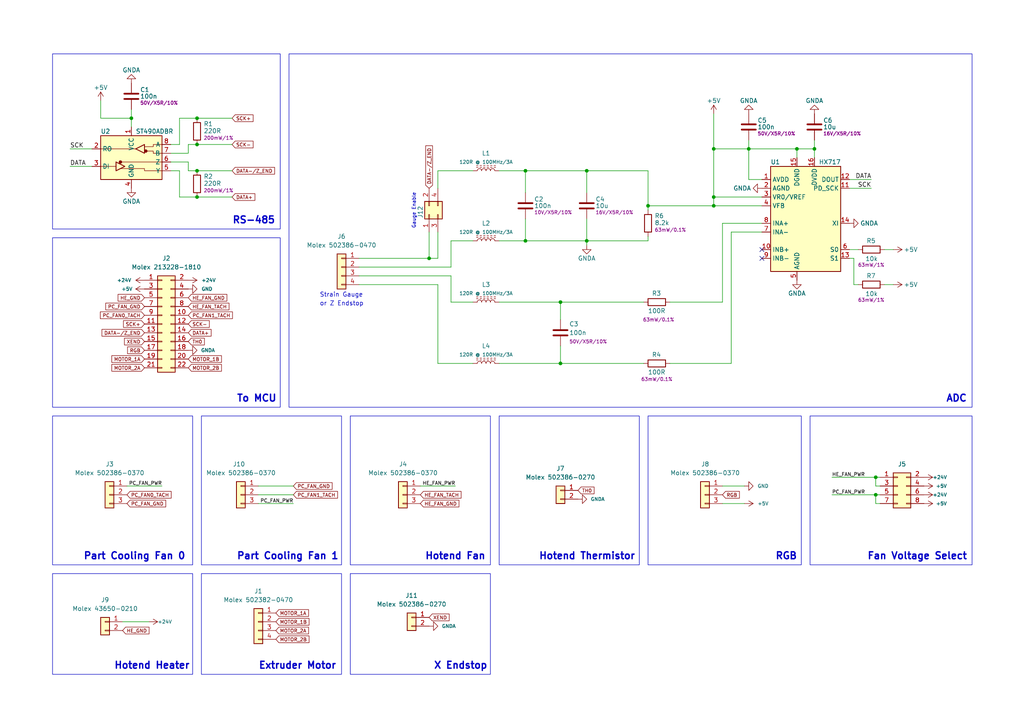
<source format=kicad_sch>
(kicad_sch (version 20230121) (generator eeschema)
  (paper "A4")
  (title_block (title "Clementine Toolhead PCB") (company "Ella Fox"))
  (lib_symbols
    (symbol "Connector_Generic:Conn_01x02" (pin_names (offset 1.016) hide)
      (property "Reference" "J" (at 0 2.54 0))
      (property "Value" "Conn_01x02" (at 0 -5.08 0))
      (symbol "Conn_01x02_1_1"
        (rectangle (start -1.27 -2.413) (end 0 -2.667) (stroke (width 0.1524)))
        (rectangle (start -1.27 0.127) (end 0 -0.127) (stroke (width 0.1524)))
        (rectangle (start -1.27 1.27) (end 1.27 -3.81) (stroke (width 0.254)) (fill (type background)))
        (pin passive line (at -5.08 0 0) (length 3.81) (name "Pin_1") (number "1"))
        (pin passive line (at -5.08 -2.54 0) (length 3.81) (name "Pin_2") (number "2"))
      )
    )
    (symbol "Connector_Generic:Conn_01x03" (pin_names (offset 1.016) hide)
      (property "Reference" "J" (at 0 5.08 0))
      (property "Value" "Conn_01x03" (at 0 -5.08 0))
      (symbol "Conn_01x03_1_1"
        (rectangle (start -1.27 -2.413) (end 0 -2.667) (stroke (width 0.1524)))
        (rectangle (start -1.27 0.127) (end 0 -0.127) (stroke (width 0.1524)))
        (rectangle (start -1.27 2.667) (end 0 2.413) (stroke (width 0.1524)))
        (rectangle (start -1.27 3.81) (end 1.27 -3.81) (stroke (width 0.254)) (fill (type background)))
        (pin passive line (at -5.08 2.54 0) (length 3.81) (name "Pin_1") (number "1"))
        (pin passive line (at -5.08 0 0) (length 3.81) (name "Pin_2") (number "2"))
        (pin passive line (at -5.08 -2.54 0) (length 3.81) (name "Pin_3") (number "3"))
      )
    )
    (symbol "Connector_Generic:Conn_01x04" (pin_names (offset 1.016) hide)
      (property "Reference" "J" (at 0 5.08 0))
      (property "Value" "Conn_01x04" (at 0 -7.62 0))
      (symbol "Conn_01x04_1_1"
        (rectangle (start -1.27 -4.953) (end 0 -5.207) (stroke (width 0.1524)))
        (rectangle (start -1.27 -2.413) (end 0 -2.667) (stroke (width 0.1524)))
        (rectangle (start -1.27 0.127) (end 0 -0.127) (stroke (width 0.1524)))
        (rectangle (start -1.27 2.667) (end 0 2.413) (stroke (width 0.1524)))
        (rectangle (start -1.27 3.81) (end 1.27 -6.35) (stroke (width 0.254)) (fill (type background)))
        (pin passive line (at -5.08 2.54 0) (length 3.81) (name "Pin_1") (number "1"))
        (pin passive line (at -5.08 0 0) (length 3.81) (name "Pin_2") (number "2"))
        (pin passive line (at -5.08 -2.54 0) (length 3.81) (name "Pin_3") (number "3"))
        (pin passive line (at -5.08 -5.08 0) (length 3.81) (name "Pin_4") (number "4"))
      )
    )
    (symbol "Connector_Generic:Conn_02x02_Odd_Even" (pin_names (offset 1.016) hide)
      (property "Reference" "J" (at 1.27 2.54 0))
      (property "Value" "Conn_02x02_Odd_Even" (at 1.27 -5.08 0))
      (symbol "Conn_02x02_Odd_Even_1_1"
        (rectangle (start -1.27 -2.413) (end 0 -2.667) (stroke (width 0.1524)))
        (rectangle (start -1.27 0.127) (end 0 -0.127) (stroke (width 0.1524)))
        (rectangle (start -1.27 1.27) (end 3.81 -3.81) (stroke (width 0.254)) (fill (type background)))
        (rectangle (start 3.81 -2.413) (end 2.54 -2.667) (stroke (width 0.1524)))
        (rectangle (start 3.81 0.127) (end 2.54 -0.127) (stroke (width 0.1524)))
        (pin passive line (at -5.08 0 0) (length 3.81) (name "Pin_1") (number "1"))
        (pin passive line (at 7.62 0 180) (length 3.81) (name "Pin_2") (number "2"))
        (pin passive line (at -5.08 -2.54 0) (length 3.81) (name "Pin_3") (number "3"))
        (pin passive line (at 7.62 -2.54 180) (length 3.81) (name "Pin_4") (number "4"))
      )
    )
    (symbol "Connector_Generic:Conn_02x04_Odd_Even" (pin_names (offset 1.016) hide)
      (property "Reference" "J" (at 1.27 5.08 0))
      (property "Value" "Conn_02x04_Odd_Even" (at 1.27 -7.62 0))
      (symbol "Conn_02x04_Odd_Even_1_1"
        (rectangle (start -1.27 -4.953) (end 0 -5.207) (stroke (width 0.1524)))
        (rectangle (start -1.27 -2.413) (end 0 -2.667) (stroke (width 0.1524)))
        (rectangle (start -1.27 0.127) (end 0 -0.127) (stroke (width 0.1524)))
        (rectangle (start -1.27 2.667) (end 0 2.413) (stroke (width 0.1524)))
        (rectangle (start -1.27 3.81) (end 3.81 -6.35) (stroke (width 0.254)) (fill (type background)))
        (rectangle (start 3.81 -4.953) (end 2.54 -5.207) (stroke (width 0.1524)))
        (rectangle (start 3.81 -2.413) (end 2.54 -2.667) (stroke (width 0.1524)))
        (rectangle (start 3.81 0.127) (end 2.54 -0.127) (stroke (width 0.1524)))
        (rectangle (start 3.81 2.667) (end 2.54 2.413) (stroke (width 0.1524)))
        (pin passive line (at -5.08 2.54 0) (length 3.81) (name "Pin_1") (number "1"))
        (pin passive line (at 7.62 2.54 180) (length 3.81) (name "Pin_2") (number "2"))
        (pin passive line (at -5.08 0 0) (length 3.81) (name "Pin_3") (number "3"))
        (pin passive line (at 7.62 0 180) (length 3.81) (name "Pin_4") (number "4"))
        (pin passive line (at -5.08 -2.54 0) (length 3.81) (name "Pin_5") (number "5"))
        (pin passive line (at 7.62 -2.54 180) (length 3.81) (name "Pin_6") (number "6"))
        (pin passive line (at -5.08 -5.08 0) (length 3.81) (name "Pin_7") (number "7"))
        (pin passive line (at 7.62 -5.08 180) (length 3.81) (name "Pin_8") (number "8"))
      )
    )
    (symbol "Connector_Generic:Conn_02x11_Odd_Even" (pin_names (offset 1.016) hide)
      (property "Reference" "J" (at 1.27 15.24 0))
      (property "Value" "Conn_02x11_Odd_Even" (at 1.27 -15.24 0))
      (symbol "Conn_02x11_Odd_Even_1_1"
        (rectangle (start -1.27 -12.573) (end 0 -12.827) (stroke (width 0.1524)))
        (rectangle (start -1.27 -10.033) (end 0 -10.287) (stroke (width 0.1524)))
        (rectangle (start -1.27 -7.493) (end 0 -7.747) (stroke (width 0.1524)))
        (rectangle (start -1.27 -4.953) (end 0 -5.207) (stroke (width 0.1524)))
        (rectangle (start -1.27 -2.413) (end 0 -2.667) (stroke (width 0.1524)))
        (rectangle (start -1.27 0.127) (end 0 -0.127) (stroke (width 0.1524)))
        (rectangle (start -1.27 2.667) (end 0 2.413) (stroke (width 0.1524)))
        (rectangle (start -1.27 5.207) (end 0 4.953) (stroke (width 0.1524)))
        (rectangle (start -1.27 7.747) (end 0 7.493) (stroke (width 0.1524)))
        (rectangle (start -1.27 10.287) (end 0 10.033) (stroke (width 0.1524)))
        (rectangle (start -1.27 12.827) (end 0 12.573) (stroke (width 0.1524)))
        (rectangle (start -1.27 13.97) (end 3.81 -13.97) (stroke (width 0.254)) (fill (type background)))
        (rectangle (start 3.81 -12.573) (end 2.54 -12.827) (stroke (width 0.1524)))
        (rectangle (start 3.81 -10.033) (end 2.54 -10.287) (stroke (width 0.1524)))
        (rectangle (start 3.81 -7.493) (end 2.54 -7.747) (stroke (width 0.1524)))
        (rectangle (start 3.81 -4.953) (end 2.54 -5.207) (stroke (width 0.1524)))
        (rectangle (start 3.81 -2.413) (end 2.54 -2.667) (stroke (width 0.1524)))
        (rectangle (start 3.81 0.127) (end 2.54 -0.127) (stroke (width 0.1524)))
        (rectangle (start 3.81 2.667) (end 2.54 2.413) (stroke (width 0.1524)))
        (rectangle (start 3.81 5.207) (end 2.54 4.953) (stroke (width 0.1524)))
        (rectangle (start 3.81 7.747) (end 2.54 7.493) (stroke (width 0.1524)))
        (rectangle (start 3.81 10.287) (end 2.54 10.033) (stroke (width 0.1524)))
        (rectangle (start 3.81 12.827) (end 2.54 12.573) (stroke (width 0.1524)))
        (pin passive line (at -5.08 12.7 0) (length 3.81) (name "Pin_1") (number "1"))
        (pin passive line (at 7.62 2.54 180) (length 3.81) (name "Pin_10") (number "10"))
        (pin passive line (at -5.08 0 0) (length 3.81) (name "Pin_11") (number "11"))
        (pin passive line (at 7.62 0 180) (length 3.81) (name "Pin_12") (number "12"))
        (pin passive line (at -5.08 -2.54 0) (length 3.81) (name "Pin_13") (number "13"))
        (pin passive line (at 7.62 -2.54 180) (length 3.81) (name "Pin_14") (number "14"))
        (pin passive line (at -5.08 -5.08 0) (length 3.81) (name "Pin_15") (number "15"))
        (pin passive line (at 7.62 -5.08 180) (length 3.81) (name "Pin_16") (number "16"))
        (pin passive line (at -5.08 -7.62 0) (length 3.81) (name "Pin_17") (number "17"))
        (pin passive line (at 7.62 -7.62 180) (length 3.81) (name "Pin_18") (number "18"))
        (pin passive line (at -5.08 -10.16 0) (length 3.81) (name "Pin_19") (number "19"))
        (pin passive line (at 7.62 12.7 180) (length 3.81) (name "Pin_2") (number "2"))
        (pin passive line (at 7.62 -10.16 180) (length 3.81) (name "Pin_20") (number "20"))
        (pin passive line (at -5.08 -12.7 0) (length 3.81) (name "Pin_21") (number "21"))
        (pin passive line (at 7.62 -12.7 180) (length 3.81) (name "Pin_22") (number "22"))
        (pin passive line (at -5.08 10.16 0) (length 3.81) (name "Pin_3") (number "3"))
        (pin passive line (at 7.62 10.16 180) (length 3.81) (name "Pin_4") (number "4"))
        (pin passive line (at -5.08 7.62 0) (length 3.81) (name "Pin_5") (number "5"))
        (pin passive line (at 7.62 7.62 180) (length 3.81) (name "Pin_6") (number "6"))
        (pin passive line (at -5.08 5.08 0) (length 3.81) (name "Pin_7") (number "7"))
        (pin passive line (at 7.62 5.08 180) (length 3.81) (name "Pin_8") (number "8"))
        (pin passive line (at -5.08 2.54 0) (length 3.81) (name "Pin_9") (number "9"))
      )
    )
    (symbol "Device:C" (pin_numbers hide) (pin_names (offset 0.254))
      (property "Reference" "C" (at 0.635 2.54 0))
      (property "Value" "C" (at 0.635 -2.54 0))
      (symbol "C_0_1"
        (polyline (pts (xy -2.032 -0.762) (xy 2.032 -0.762)) (stroke (width 0.508)))
        (polyline (pts (xy -2.032 0.762) (xy 2.032 0.762)) (stroke (width 0.508)))
      )
      (symbol "C_1_1"
        (pin passive line (at 0 3.81 270) (length 2.794) (name "~") (number "1"))
        (pin passive line (at 0 -3.81 90) (length 2.794) (name "~") (number "2"))
      )
    )
    (symbol "Device:L_Ferrite" (pin_numbers hide) (pin_names (offset 1.016) hide)
      (property "Reference" "L" (at -1.27 0 90))
      (property "Value" "L_Ferrite" (at 2.794 0 90))
      (symbol "L_Ferrite_0_1"
        (arc (start 0 -2.54) (mid 0.6323 -1.905) (end 0 -1.27))
        (arc (start 0 -1.27) (mid 0.6323 -0.635) (end 0 0))
        (polyline (pts (xy 1.016 -2.794) (xy 1.016 -2.286)))
        (polyline (pts (xy 1.016 -1.778) (xy 1.016 -1.27)))
        (polyline (pts (xy 1.016 -0.762) (xy 1.016 -0.254)))
        (polyline (pts (xy 1.016 0.254) (xy 1.016 0.762)))
        (polyline (pts (xy 1.016 1.27) (xy 1.016 1.778)))
        (polyline (pts (xy 1.016 2.286) (xy 1.016 2.794)))
        (polyline (pts (xy 1.524 -2.286) (xy 1.524 -2.794)))
        (polyline (pts (xy 1.524 -1.27) (xy 1.524 -1.778)))
        (polyline (pts (xy 1.524 -0.254) (xy 1.524 -0.762)))
        (polyline (pts (xy 1.524 0.762) (xy 1.524 0.254)))
        (polyline (pts (xy 1.524 1.778) (xy 1.524 1.27)))
        (polyline (pts (xy 1.524 2.794) (xy 1.524 2.286)))
        (arc (start 0 0) (mid 0.6323 0.635) (end 0 1.27))
        (arc (start 0 1.27) (mid 0.6323 1.905) (end 0 2.54))
      )
      (symbol "L_Ferrite_1_1"
        (pin passive line (at 0 3.81 270) (length 1.27) (name "1") (number "1"))
        (pin passive line (at 0 -3.81 90) (length 1.27) (name "2") (number "2"))
      )
    )
    (symbol "Device:R" (pin_numbers hide) (pin_names (offset 0))
      (property "Reference" "R" (at 2.032 0 90))
      (property "Value" "R" (at 0 0 90))
      (symbol "R_0_1"
        (rectangle (start -1.016 -2.54) (end 1.016 2.54) (stroke (width 0.254)))
      )
      (symbol "R_1_1"
        (pin passive line (at 0 3.81 270) (length 1.27) (name "~") (number "1"))
        (pin passive line (at 0 -3.81 90) (length 1.27) (name "~") (number "2"))
      )
    )
    (symbol "power:+24V" (power) (pin_names (offset 0))
      (property "Value" "+24V" (at 0 3.556 0))
      (symbol "+24V_0_1"
        (polyline (pts (xy -0.762 1.27) (xy 0 2.54)))
        (polyline (pts (xy 0 0) (xy 0 2.54)))
        (polyline (pts (xy 0 2.54) (xy 0.762 1.27)))
      )
      (symbol "+24V_1_1"
        (pin power_in line (at 0 0 90) (length 0) hide (name "+24V") (number "1"))
      )
    )
    (symbol "power:+5V" (power) (pin_names (offset 0))
      (property "Value" "+5V" (at 0 3.556 0))
      (symbol "+5V_0_1"
        (polyline (pts (xy -0.762 1.27) (xy 0 2.54)))
        (polyline (pts (xy 0 0) (xy 0 2.54)))
        (polyline (pts (xy 0 2.54) (xy 0.762 1.27)))
      )
      (symbol "+5V_1_1"
        (pin power_in line (at 0 0 90) (length 0) hide (name "+5V") (number "1"))
      )
    )
    (symbol "power:GND" (power) (pin_names (offset 0))
      (property "Value" "GND" (at 0 -3.81 0))
      (symbol "GND_0_1"
        (polyline (pts (xy 0 0) (xy 0 -1.27) (xy 1.27 -1.27) (xy 0 -2.54) (xy -1.27 -1.27) (xy 0 -1.27)))
      )
      (symbol "GND_1_1"
        (pin power_in line (at 0 0 270) (length 0) hide (name "GND") (number "1"))
      )
    )
    (symbol "power:GNDA" (power) (pin_names (offset 0))
      (property "Value" "GNDA" (at 0 -3.81 0))
      (symbol "GNDA_0_1"
        (polyline (pts (xy 0 0) (xy 0 -1.27) (xy 1.27 -1.27) (xy 0 -2.54) (xy -1.27 -1.27) (xy 0 -1.27)))
      )
      (symbol "GNDA_1_1"
        (pin power_in line (at 0 0 270) (length 0) hide (name "GNDA") (number "1"))
      )
    )
    (symbol "toolhead_board:HX717"
      (property "Reference" "U" (at -10.16 11.43 0))
      (property "Value" "HX717" (at 7.62 11.43 0))
      (symbol "HX717_0_1"
        (rectangle (start -10.16 10.16) (end 10.16 -20.32) (stroke (width 0.254)) (fill (type background)))
      )
      (symbol "HX717_1_1"
        (pin power_in line (at -12.7 6.35 0) (length 2.54) (name "AVDD") (number "1"))
        (pin input line (at -12.7 -13.97 0) (length 2.54) (name "INB+") (number "10"))
        (pin input line (at 12.7 3.81 180) (length 2.54) (name "PD_SCK") (number "11"))
        (pin output line (at 12.7 6.35 180) (length 2.54) (name "DOUT") (number "12"))
        (pin bidirectional line (at 12.7 -16.51 180) (length 2.54) (name "S1") (number "13"))
        (pin input line (at 12.7 -6.35 180) (length 2.54) (name "XI") (number "14"))
        (pin power_in line (at -2.54 12.7 270) (length 2.54) (name "DGND") (number "15"))
        (pin power_in line (at 2.54 12.7 270) (length 2.54) (name "DVDD") (number "16"))
        (pin power_in line (at -12.7 3.81 0) (length 2.54) (name "AGND") (number "2"))
        (pin power_in line (at -12.7 1.27 0) (length 2.54) (name "VR0/VREF") (number "3"))
        (pin power_in line (at -12.7 -1.27 0) (length 2.54) (name "VFB") (number "4"))
        (pin power_in line (at -2.54 -22.86 90) (length 2.54) (name "AGND") (number "5"))
        (pin bidirectional line (at 12.7 -13.97 180) (length 2.54) (name "S0") (number "6"))
        (pin input line (at -12.7 -8.89 0) (length 2.54) (name "INA-") (number "7"))
        (pin input line (at -12.7 -6.35 0) (length 2.54) (name "INA+") (number "8"))
        (pin input line (at -12.7 -16.51 0) (length 2.54) (name "INB-") (number "9"))
      )
    )
    (symbol "toolhead_board:ST490ABDR"
      (property "Reference" "U" (at -7.62 7.62 0))
      (property "Value" "ST490ADBR" (at 6.35 7.62 0))
      (symbol "ST490ABDR_0_1"
        (rectangle (start -8.89 6.35) (end 8.89 -6.35) (stroke (width 0.254)) (fill (type background)))
        (circle (center -3.175 -1.27) (radius 0.3556) (stroke (width 0.254)) (fill (type outline)))
        (polyline (pts (xy -8.89 -2.54) (xy -4.445 -2.54)))
        (polyline (pts (xy -8.89 2.54) (xy 1.27 2.54)))
        (polyline (pts (xy 8.89 -1.27) (xy -3.175 -1.27)))
        (polyline (pts (xy -4.445 -1.27) (xy -4.445 -3.81) (xy -1.905 -2.54) (xy -4.445 -1.27)) (stroke (width 0.254)))
        (polyline (pts (xy 1.27 2.54) (xy 3.81 3.81) (xy 3.81 1.27) (xy 1.27 2.54)) (stroke (width 0.254)))
        (polyline (pts (xy 8.89 -3.81) (xy 3.81 -3.81) (xy 3.81 -3.175) (xy -3.175 -3.175)))
        (polyline (pts (xy 8.89 1.27) (xy 6.35 1.27) (xy 6.35 1.905) (xy 4.445 1.905)))
        (polyline (pts (xy 8.89 3.81) (xy 6.35 3.81) (xy 6.35 3.175) (xy 3.81 3.175)))
        (circle (center 4.191 1.905) (radius 0.3556) (stroke (width 0.254)) (fill (type outline)))
      )
      (symbol "ST490ABDR_1_1"
        (pin power_in line (at 0 8.89 270) (length 2.54) (name "VCC") (number "1"))
        (pin output line (at -11.43 2.54 0) (length 2.54) (name "RO") (number "2"))
        (pin input line (at -11.43 -2.54 0) (length 2.54) (name "DI") (number "3"))
        (pin power_in line (at 0 -8.89 90) (length 2.54) (name "GND") (number "4"))
        (pin output line (at 11.43 -3.81 180) (length 2.54) (name "Y") (number "5"))
        (pin output line (at 11.43 -1.27 180) (length 2.54) (name "Z") (number "6"))
        (pin input line (at 11.43 1.27 180) (length 2.54) (name "B") (number "7"))
        (pin input line (at 11.43 3.81 180) (length 2.54) (name "A") (number "8"))
      )
    )
  )
  (junction (at 162.56 105.41))
  (junction (at 170.18 49.53))
  (junction (at 57.15 49.53))
  (junction (at 38.1 34.29))
  (junction (at 231.14 43.18))
  (junction (at 170.18 69.85))
  (junction (at 236.22 43.18))
  (junction (at 254 138.43))
  (junction (at 207.01 57.15))
  (junction (at 207.01 59.69))
  (junction (at 124.46 74.93))
  (junction (at 254 143.51))
  (junction (at 57.15 57.15))
  (junction (at 187.96 59.69))
  (junction (at 162.56 87.63))
  (junction (at 57.15 41.91))
  (junction (at 217.17 43.18))
  (junction (at 152.4 49.53))
  (junction (at 57.15 34.29))
  (junction (at 207.01 43.18))
  (junction (at 152.4 69.85))
  (no_connect (at 220.98 74.93))
  (no_connect (at 220.98 72.39))
  (wire (pts (xy 246.38 52.07) (xy 252.73 52.07)))
  (wire (pts (xy 36.83 140.97) (xy 46.99 140.97)))
  (wire (pts (xy 254 138.43) (xy 255.27 138.43)))
  (wire (pts (xy 49.53 41.91) (xy 52.07 41.91)))
  (wire (pts (xy 170.18 49.53) (xy 170.18 55.88)))
  (wire (pts (xy 187.96 69.85) (xy 170.18 69.85)))
  (wire (pts (xy 256.54 72.39) (xy 259.08 72.39)))
  (wire (pts (xy 20.32 43.18) (xy 26.67 43.18)))
  (wire (pts (xy 247.65 82.55) (xy 247.65 74.93)))
  (wire (pts (xy 144.78 87.63) (xy 162.56 87.63)))
  (wire (pts (xy 207.01 59.69) (xy 220.98 59.69)))
  (wire (pts (xy 170.18 49.53) (xy 187.96 49.53)))
  (wire (pts (xy 54.61 41.91) (xy 57.15 41.91)))
  (wire (pts (xy 29.21 29.21) (xy 29.21 34.29)))
  (wire (pts (xy 52.07 41.91) (xy 52.07 34.29)))
  (wire (pts (xy 124.46 67.31) (xy 124.46 74.93)))
  (wire (pts (xy 49.53 44.45) (xy 54.61 44.45)))
  (wire (pts (xy 255.27 140.97) (xy 254 140.97)))
  (wire (pts (xy 144.78 69.85) (xy 152.4 69.85)))
  (wire (pts (xy 162.56 105.41) (xy 162.56 100.33)))
  (wire (pts (xy 162.56 87.63) (xy 162.56 92.71)))
  (wire (pts (xy 241.3 143.51) (xy 254 143.51)))
  (wire (pts (xy 236.22 43.18) (xy 236.22 45.72)))
  (wire (pts (xy 247.65 74.93) (xy 246.38 74.93)))
  (wire (pts (xy 85.09 140.97) (xy 74.93 140.97)))
  (wire (pts (xy 38.1 31.75) (xy 38.1 34.29)))
  (wire (pts (xy 220.98 57.15) (xy 207.01 57.15)))
  (wire (pts (xy 104.14 80.01) (xy 130.81 80.01)))
  (wire (pts (xy 57.15 49.53) (xy 67.31 49.53)))
  (wire (pts (xy 127 74.93) (xy 124.46 74.93)))
  (wire (pts (xy 74.93 146.05) (xy 85.09 146.05)))
  (wire (pts (xy 254 140.97) (xy 254 138.43)))
  (wire (pts (xy 162.56 105.41) (xy 186.69 105.41)))
  (wire (pts (xy 130.81 69.85) (xy 130.81 77.47)))
  (wire (pts (xy 247.65 82.55) (xy 248.92 82.55)))
  (wire (pts (xy 104.14 77.47) (xy 130.81 77.47)))
  (wire (pts (xy 57.15 41.91) (xy 67.31 41.91)))
  (wire (pts (xy 215.9 146.05) (xy 209.55 146.05)))
  (wire (pts (xy 187.96 59.69) (xy 187.96 60.96)))
  (wire (pts (xy 256.54 82.55) (xy 259.08 82.55)))
  (wire (pts (xy 246.38 72.39) (xy 248.92 72.39)))
  (wire (pts (xy 231.14 43.18) (xy 236.22 43.18)))
  (wire (pts (xy 57.15 57.15) (xy 67.31 57.15)))
  (wire (pts (xy 54.61 44.45) (xy 54.61 41.91)))
  (wire (pts (xy 236.22 40.64) (xy 236.22 43.18)))
  (wire (pts (xy 217.17 43.18) (xy 217.17 52.07)))
  (wire (pts (xy 52.07 34.29) (xy 57.15 34.29)))
  (wire (pts (xy 104.14 82.55) (xy 127 82.55)))
  (wire (pts (xy 127 49.53) (xy 137.16 49.53)))
  (wire (pts (xy 207.01 57.15) (xy 207.01 59.69)))
  (wire (pts (xy 127 49.53) (xy 127 54.61)))
  (wire (pts (xy 220.98 64.77) (xy 209.55 64.77)))
  (wire (pts (xy 137.16 87.63) (xy 130.81 87.63)))
  (wire (pts (xy 20.32 48.26) (xy 26.67 48.26)))
  (wire (pts (xy 212.09 105.41) (xy 212.09 67.31)))
  (wire (pts (xy 217.17 43.18) (xy 231.14 43.18)))
  (wire (pts (xy 162.56 87.63) (xy 186.69 87.63)))
  (wire (pts (xy 187.96 49.53) (xy 187.96 59.69)))
  (wire (pts (xy 217.17 40.64) (xy 217.17 43.18)))
  (wire (pts (xy 231.14 43.18) (xy 231.14 45.72)))
  (wire (pts (xy 187.96 59.69) (xy 207.01 59.69)))
  (wire (pts (xy 85.09 143.51) (xy 74.93 143.51)))
  (wire (pts (xy 170.18 63.5) (xy 170.18 69.85)))
  (wire (pts (xy 207.01 43.18) (xy 217.17 43.18)))
  (wire (pts (xy 144.78 49.53) (xy 152.4 49.53)))
  (wire (pts (xy 104.14 74.93) (xy 124.46 74.93)))
  (wire (pts (xy 152.4 63.5) (xy 152.4 69.85)))
  (wire (pts (xy 127 67.31) (xy 127 74.93)))
  (wire (pts (xy 130.81 80.01) (xy 130.81 87.63)))
  (wire (pts (xy 137.16 69.85) (xy 130.81 69.85)))
  (wire (pts (xy 57.15 57.15) (xy 52.07 57.15)))
  (wire (pts (xy 212.09 67.31) (xy 220.98 67.31)))
  (wire (pts (xy 49.53 46.99) (xy 54.61 46.99)))
  (wire (pts (xy 194.31 105.41) (xy 212.09 105.41)))
  (wire (pts (xy 254 143.51) (xy 255.27 143.51)))
  (wire (pts (xy 35.56 180.34) (xy 43.18 180.34)))
  (wire (pts (xy 152.4 69.85) (xy 170.18 69.85)))
  (wire (pts (xy 246.38 54.61) (xy 252.73 54.61)))
  (wire (pts (xy 57.15 49.53) (xy 54.61 49.53)))
  (wire (pts (xy 38.1 34.29) (xy 38.1 36.83)))
  (wire (pts (xy 144.78 105.41) (xy 162.56 105.41)))
  (wire (pts (xy 57.15 34.29) (xy 67.31 34.29)))
  (wire (pts (xy 137.16 105.41) (xy 127 105.41)))
  (wire (pts (xy 121.92 140.97) (xy 132.08 140.97)))
  (wire (pts (xy 54.61 49.53) (xy 54.61 46.99)))
  (wire (pts (xy 255.27 146.05) (xy 254 146.05)))
  (wire (pts (xy 207.01 33.02) (xy 207.01 43.18)))
  (wire (pts (xy 127 105.41) (xy 127 82.55)))
  (wire (pts (xy 152.4 49.53) (xy 152.4 55.88)))
  (wire (pts (xy 254 146.05) (xy 254 143.51)))
  (wire (pts (xy 207.01 43.18) (xy 207.01 57.15)))
  (wire (pts (xy 187.96 69.85) (xy 187.96 68.58)))
  (wire (pts (xy 209.55 140.97) (xy 215.9 140.97)))
  (wire (pts (xy 220.98 52.07) (xy 217.17 52.07)))
  (wire (pts (xy 209.55 64.77) (xy 209.55 87.63)))
  (wire (pts (xy 170.18 69.85) (xy 170.18 71.12)))
  (wire (pts (xy 52.07 49.53) (xy 49.53 49.53)))
  (wire (pts (xy 209.55 87.63) (xy 194.31 87.63)))
  (wire (pts (xy 29.21 34.29) (xy 38.1 34.29)))
  (wire (pts (xy 152.4 49.53) (xy 170.18 49.53)))
  (wire (pts (xy 52.07 57.15) (xy 52.07 49.53)))
  (wire (pts (xy 241.3 138.43) (xy 254 138.43)))
  (rectangle (start 234.95 120.65) (end 281.94 163.83))
  (rectangle (start 58.42 120.65) (end 99.06 163.83))
  (rectangle (start 101.6 120.65) (end 142.24 163.83))
  (rectangle (start 101.6 166.37) (end 142.24 195.58))
  (rectangle (start 144.78 120.65) (end 185.42 163.83))
  (rectangle (start 15.24 68.961) (end 81.28 118.11))
  (rectangle (start 58.42 166.37) (end 99.06 195.58))
  (rectangle (start 83.82 15.621) (end 281.94 118.11))
  (rectangle (start 187.96 120.65) (end 232.41 163.83))
  (rectangle (start 15.24 166.37) (end 55.88 195.58))
  (rectangle (start 15.24 15.621) (end 81.28 66.421))
  (rectangle (start 15.24 120.65) (end 55.88 163.83))
  (text "Strain Gauge" (at 92.71 86.36 0) (effects (font (size 1.27 1.27)) (justify left bottom)))
  (text "Part Cooling Fan 0" (at 24.13 162.56 0) (effects (font (size 2 2) (thickness 0.4) bold) (justify left bottom)))
  (text "X Endstop" (at 125.73 194.31 0) (effects (font (size 2 2) (thickness 0.4) bold) (justify left bottom)))
  (text "Hotend Thermistor" (at 156.21 162.56 0) (effects (font (size 2 2) (thickness 0.4) bold) (justify left bottom)))
  (text "or Z Endstop" (at 92.71 88.9 0) (effects (font (size 1.27 1.27)) (justify left bottom)))
  (text "Hotend Heater" (at 33.02 194.31 0) (effects (font (size 2 2) (thickness 0.4) bold) (justify left bottom)))
  (text "Fan Voltage Select" (at 251.46 162.56 0) (effects (font (size 2 2) (thickness 0.4) bold) (justify left bottom)))
  (text "RS-485" (at 67.31 65.151 0) (effects (font (size 2 2) (thickness 0.4) bold) (justify left bottom)))
  (text "Hotend Fan" (at 123.19 162.56 0) (effects (font (size 2 2) (thickness 0.4) bold) (justify left bottom)))
  (text "To MCU" (at 68.58 116.84 0) (effects (font (size 2 2) (thickness 0.4) bold) (justify left bottom)))
  (text "Gauge Enable" (at 120.65 55.88 90) (effects (font (size 1 1)) (justify right bottom)))
  (text "RGB" (at 224.79 162.56 0) (effects (font (size 2 2) (thickness 0.4) bold) (justify left bottom)))
  (text "Extruder Motor" (at 74.93 194.31 0) (effects (font (size 2 2) (thickness 0.4) bold) (justify left bottom)))
  (text "ADC" (at 274.32 116.84 0) (effects (font (size 2 2) (thickness 0.4) bold) (justify left bottom)))
  (text "Part Cooling Fan 1" (at 68.58 162.56 0) (effects (font (size 2 2) (thickness 0.4) bold) (justify left bottom)))
  (label "PC_FAN_PWR" (at 241.3 143.51 0) (effects (font (size 1 1))))
  (label "HE_FAN_PWR" (at 132.08 140.97 180) (effects (font (size 1 1))))
  (label "SCK" (at 252.73 54.61 180))
  (label "DATA" (at 252.73 52.07 180))
  (label "PC_FAN_PWR" (at 46.99 140.97 180) (effects (font (size 1 1))))
  (label "HE_FAN_PWR" (at 241.3 138.43 0) (effects (font (size 1 1))))
  (label "SCK" (at 20.32 43.18 0))
  (label "DATA" (at 20.32 48.26 0))
  (label "PC_FAN_PWR" (at 85.09 146.05 180) (effects (font (size 1 1))))
  (global_label "HE_GND" (shape input) (at 41.91 86.36 180) (effects (font (size 1 1))) (property "Intersheetrefs" "${INTERSHEET_REFS}" (effects hide)))
  (global_label "PC_FAN1_TACH" (shape input) (at 54.61 91.44 0) (effects (font (size 1 1))) (property "Intersheetrefs" "${INTERSHEET_REFS}" (effects hide)))
  (global_label "SCK-" (shape input) (at 67.31 41.91 0) (effects (font (size 1 1))) (property "Intersheetrefs" "${INTERSHEET_REFS}" (effects hide)))
  (global_label "XEND" (shape input) (at 124.46 179.07 0) (effects (font (size 1 1))) (property "Intersheetrefs" "${INTERSHEET_REFS}" (effects hide)))
  (global_label "DATA+" (shape input) (at 54.61 96.52 0) (effects (font (size 1 1))) (property "Intersheetrefs" "${INTERSHEET_REFS}" (effects hide)))
  (global_label "HE_GND" (shape input) (at 35.56 182.88 0) (effects (font (size 1 1))) (property "Intersheetrefs" "${INTERSHEET_REFS}" (effects hide)))
  (global_label "HE_FAN_GND" (shape input) (at 121.92 146.05 0) (effects (font (size 1 1))) (property "Intersheetrefs" "${INTERSHEET_REFS}" (effects hide)))
  (global_label "HE_FAN_TACH" (shape input) (at 121.92 143.51 0) (effects (font (size 1 1))) (property "Intersheetrefs" "${INTERSHEET_REFS}" (effects hide)))
  (global_label "TH0" (shape input) (at 54.61 99.06 0) (effects (font (size 1 1))) (property "Intersheetrefs" "${INTERSHEET_REFS}" (effects hide)))
  (global_label "DATA-{slash}Z_END" (shape input) (at 124.46 54.61 90) (effects (font (size 1 1))) (property "Intersheetrefs" "${INTERSHEET_REFS}" (effects hide)))
  (global_label "TH0" (shape input) (at 167.64 142.24 0) (effects (font (size 1 1))) (property "Intersheetrefs" "${INTERSHEET_REFS}" (effects hide)))
  (global_label "DATA-{slash}Z_END" (shape input) (at 41.91 96.52 180) (effects (font (size 1 1))) (property "Intersheetrefs" "${INTERSHEET_REFS}" (effects hide)))
  (global_label "DATA+" (shape input) (at 67.31 57.15 0) (effects (font (size 1 1))) (property "Intersheetrefs" "${INTERSHEET_REFS}" (effects hide)))
  (global_label "RGB" (shape input) (at 41.91 101.6 180) (effects (font (size 1 1))) (property "Intersheetrefs" "${INTERSHEET_REFS}" (effects hide)))
  (global_label "HE_FAN_GND" (shape input) (at 54.61 86.36 0) (effects (font (size 1 1))) (property "Intersheetrefs" "${INTERSHEET_REFS}" (effects hide)))
  (global_label "HE_FAN_TACH" (shape input) (at 54.61 88.9 0) (effects (font (size 1 1))) (property "Intersheetrefs" "${INTERSHEET_REFS}" (effects hide)))
  (global_label "SCK+" (shape input) (at 41.91 93.98 180) (effects (font (size 1 1))) (property "Intersheetrefs" "${INTERSHEET_REFS}" (effects hide)))
  (global_label "MOTOR_1A" (shape input) (at 41.91 104.14 180) (effects (font (size 1 1))) (property "Intersheetrefs" "${INTERSHEET_REFS}" (effects hide)))
  (global_label "PC_FAN_GND" (shape input) (at 85.09 140.97 0) (effects (font (size 1 1))) (property "Intersheetrefs" "${INTERSHEET_REFS}" (effects hide)))
  (global_label "MOTOR_2A" (shape input) (at 80.01 182.88 0) (effects (font (size 1 1))) (property "Intersheetrefs" "${INTERSHEET_REFS}" (effects hide)))
  (global_label "MOTOR_2A" (shape input) (at 41.91 106.68 180) (effects (font (size 1 1))) (property "Intersheetrefs" "${INTERSHEET_REFS}" (effects hide)))
  (global_label "MOTOR_2B" (shape input) (at 54.61 106.68 0) (effects (font (size 1 1))) (property "Intersheetrefs" "${INTERSHEET_REFS}" (effects hide)))
  (global_label "MOTOR_1A" (shape input) (at 80.01 177.8 0) (effects (font (size 1 1))) (property "Intersheetrefs" "${INTERSHEET_REFS}" (effects hide)))
  (global_label "MOTOR_2B" (shape input) (at 80.01 185.42 0) (effects (font (size 1 1))) (property "Intersheetrefs" "${INTERSHEET_REFS}" (effects hide)))
  (global_label "RGB" (shape input) (at 209.55 143.51 0) (effects (font (size 1 1))) (property "Intersheetrefs" "${INTERSHEET_REFS}" (effects hide)))
  (global_label "DATA-{slash}Z_END" (shape input) (at 67.31 49.53 0) (effects (font (size 1 1))) (property "Intersheetrefs" "${INTERSHEET_REFS}" (effects hide)))
  (global_label "PC_FAN1_TACH" (shape input) (at 85.09 143.51 0) (effects (font (size 1 1))) (property "Intersheetrefs" "${INTERSHEET_REFS}" (effects hide)))
  (global_label "PC_FAN_GND" (shape input) (at 41.91 88.9 180) (effects (font (size 1 1))) (property "Intersheetrefs" "${INTERSHEET_REFS}" (effects hide)))
  (global_label "MOTOR_1B" (shape input) (at 54.61 104.14 0) (effects (font (size 1 1))) (property "Intersheetrefs" "${INTERSHEET_REFS}" (effects hide)))
  (global_label "PC_FAN_GND" (shape input) (at 36.83 146.05 0) (effects (font (size 1 1))) (property "Intersheetrefs" "${INTERSHEET_REFS}" (effects hide)))
  (global_label "PC_FAN0_TACH" (shape input) (at 41.91 91.44 180) (effects (font (size 1 1))) (property "Intersheetrefs" "${INTERSHEET_REFS}" (effects hide)))
  (global_label "PC_FAN0_TACH" (shape input) (at 36.83 143.51 0) (effects (font (size 1 1))) (property "Intersheetrefs" "${INTERSHEET_REFS}" (effects hide)))
  (global_label "MOTOR_1B" (shape input) (at 80.01 180.34 0) (effects (font (size 1 1))) (property "Intersheetrefs" "${INTERSHEET_REFS}" (effects hide)))
  (global_label "SCK-" (shape input) (at 54.61 93.98 0) (effects (font (size 1 1))) (property "Intersheetrefs" "${INTERSHEET_REFS}" (effects hide)))
  (global_label "XEND" (shape input) (at 41.91 99.06 180) (effects (font (size 1 1))) (property "Intersheetrefs" "${INTERSHEET_REFS}" (effects hide)))
  (global_label "SCK+" (shape input) (at 67.31 34.29 0) (effects (font (size 1 1))) (property "Intersheetrefs" "${INTERSHEET_REFS}" (effects hide)))
  (symbol (lib_id "power:+5V") (at 215.9 146.05 270) (unit 1)
    (property "Reference" "#PWR08" (effects hide))
    (property "Value" "+5V" (at 219.71 146.05 90) (effects (font (size 1 1)) (justify left)))
  )
  (symbol (lib_id "Device:L_Ferrite") (at 140.97 69.85 90) (unit 1)
    (property "Reference" "L2" (at 140.97 64.77 90))
    (property "Value" "120R @ 100MHz/3A" (at 140.97 67.31 90) (effects (font (size 1 1))))
    (property "Footprint" "Resistor_SMD:R_0805_2012Metric" (effects hide))
    (property "P/N" "Cybermax CMBH2012S121QSP" (effects hide))
  )
  (symbol (lib_id "power:+24V") (at 43.18 180.34 270) (unit 1)
    (property "Reference" "#PWR022" (effects hide))
    (property "Value" "+24V" (at 45.72 180.34 90) (effects (font (size 1 1)) (justify left)))
  )
  (symbol (lib_id "Connector_Generic:Conn_01x03") (at 69.85 143.51 0) (mirror y) (unit 1)
    (property "Reference" "J10" (at 71.12 134.62 0) (effects (justify left)))
    (property "Value" "Molex 502386-0370" (at 80.01 137.16 0) (effects (justify left)))
    (property "Footprint" "Connector_Molex:Molex_CLIK-Mate_502386-0370_1x03-1MP_P1.25mm_Horizontal" (effects hide))
  )
  (symbol (lib_id "Device:C") (at 162.56 96.52 0) (unit 1)
    (property "Reference" "C3" (at 165.1 93.98 0) (effects (justify left)))
    (property "Value" "100n" (at 165.1 96.52 0) (effects (justify left)))
    (property "Footprint" "Capacitor_SMD:C_0201_0603Metric" (effects hide))
    (property "Spec" "50V/X5R/10%" (at 165.1 99.06 0) (effects (font (size 1 1)) (justify left)))
    (property "P/N" "TDK C1608X7R1H104KT000N" (effects hide))
  )
  (symbol (lib_id "toolhead_board:HX717") (at 233.68 58.42 0) (unit 1)
    (property "Reference" "U1" (at 223.52 46.99 0) (effects (justify left)))
    (property "Value" "HX717" (at 237.49 46.99 0) (effects (justify left)))
    (property "Footprint" "Package_SO:SOIC-16_3.9x9.9mm_P1.27mm" (effects hide))
    (property "Datasheet" "https://xonstorage.blob.core.windows.net/pdf/aviasemicon_hx717_apr22_xonlink.pdf" (effects hide))
  )
  (symbol (lib_id "power:GND") (at 215.9 140.97 90) (unit 1)
    (property "Reference" "#PWR09" (effects hide))
    (property "Value" "GND" (at 219.71 140.97 90) (effects (font (size 1 1)) (justify right)))
  )
  (symbol (lib_id "power:GNDA") (at 170.18 71.12 0) (unit 1)
    (property "Reference" "#PWR010" (effects hide))
    (property "Value" "GNDA" (at 170.18 74.93 0))
  )
  (symbol (lib_id "power:+24V") (at 267.97 143.51 270) (unit 1)
    (property "Reference" "#PWR020" (effects hide))
    (property "Value" "+24V" (at 270.51 143.51 90) (effects (font (size 1 1)) (justify left)))
  )
  (symbol (lib_id "Device:C") (at 152.4 59.69 0) (unit 1)
    (property "Reference" "C2" (at 154.94 57.785 0) (effects (justify left)))
    (property "Value" "100n" (at 154.94 59.69 0) (effects (justify left)))
    (property "Footprint" "Capacitor_SMD:C_0201_0603Metric" (effects hide))
    (property "Spec" "10V/X5R/10%" (at 154.94 61.595 0) (effects (font (size 1 1)) (justify left)))
    (property "P/N" "CCTC TCC0201X5R104K100ZT" (effects hide))
  )
  (symbol (lib_id "Device:L_Ferrite") (at 140.97 49.53 90) (unit 1)
    (property "Reference" "L1" (at 140.97 44.45 90))
    (property "Value" "120R @ 100MHz/3A" (at 140.97 46.99 90) (effects (font (size 1 1))))
    (property "Footprint" "Resistor_SMD:R_0805_2012Metric" (effects hide))
    (property "P/N" "Cybermax CMBH2012S121QSP" (effects hide))
  )
  (symbol (lib_id "Device:C") (at 38.1 27.94 0) (unit 1)
    (property "Reference" "C1" (at 40.64 26.035 0) (effects (justify left)))
    (property "Value" "100n" (at 40.64 27.94 0) (effects (justify left)))
    (property "Footprint" "Capacitor_SMD:C_0603_1608Metric" (effects hide))
    (property "Spec" "50V/X5R/10%" (at 40.64 29.845 0) (effects (font (size 1 1)) (justify left)))
    (property "P/N" "TDK C1608X7R1H104KT000N" (effects hide))
  )
  (symbol (lib_id "power:+24V") (at 54.61 81.28 270) (unit 1)
    (property "Reference" "#PWR07" (effects hide))
    (property "Value" "+24V" (at 58.42 81.28 90) (effects (font (size 1 1)) (justify left)))
  )
  (symbol (lib_id "power:GNDA") (at 217.17 33.02 180) (unit 1)
    (property "Reference" "#PWR013" (effects hide))
    (property "Value" "GNDA" (at 217.17 29.21 0))
  )
  (symbol (lib_id "power:GNDA") (at 246.38 64.77 90) (unit 1)
    (property "Reference" "#PWR018" (effects hide))
    (property "Value" "GNDA" (at 252.095 64.77 90))
  )
  (symbol (lib_id "Connector_Generic:Conn_01x03") (at 116.84 143.51 0) (mirror y) (unit 1)
    (property "Reference" "J4" (at 118.11 134.62 0) (effects (justify left)))
    (property "Value" "Molex 502386-0370" (at 127 137.16 0) (effects (justify left)))
    (property "Footprint" "Connector_Molex:Molex_CLIK-Mate_502386-0370_1x03-1MP_P1.25mm_Horizontal" (effects hide))
  )
  (symbol (lib_id "Device:R") (at 57.15 38.1 0) (unit 1)
    (property "Reference" "R1" (at 59.055 35.941 0) (effects (justify left)))
    (property "Value" "220R" (at 59.055 37.973 0) (effects (justify left)))
    (property "Footprint" "Resistor_SMD:R_0603_1608Metric" (effects hide))
    (property "Spec" "200mW/1%" (at 59.055 40.005 0) (effects (font (size 1 1)) (justify left)))
    (property "P/N" "Uni-Royal HP03W5F2200T5E" (effects hide))
  )
  (symbol (lib_id "power:+24V") (at 41.91 81.28 90) (unit 1)
    (property "Reference" "#PWR02" (effects hide))
    (property "Value" "+24V" (at 38.1 81.28 90) (effects (font (size 1 1)) (justify left)))
  )
  (symbol (lib_id "Device:L_Ferrite") (at 140.97 105.41 90) (unit 1)
    (property "Reference" "L4" (at 140.97 100.33 90))
    (property "Value" "120R @ 100MHz/3A" (at 140.97 102.87 90) (effects (font (size 1 1))))
    (property "Footprint" "Resistor_SMD:R_0805_2012Metric" (effects hide))
    (property "P/N" "Cybermax CMBH2012S121QSP" (effects hide))
  )
  (symbol (lib_id "Connector_Generic:Conn_01x03") (at 31.75 143.51 0) (mirror y) (unit 1)
    (property "Reference" "J3" (at 33.02 134.62 0) (effects (justify left)))
    (property "Value" "Molex 502386-0370" (at 41.91 137.16 0) (effects (justify left)))
    (property "Footprint" "Connector_Molex:Molex_CLIK-Mate_502386-0370_1x03-1MP_P1.25mm_Horizontal" (effects hide))
  )
  (symbol (lib_id "power:GNDA") (at 124.46 181.61 90) (unit 1)
    (property "Reference" "#PWR027" (effects hide))
    (property "Value" "GNDA" (at 130.175 181.61 90) (effects (font (size 1 1))))
  )
  (symbol (lib_id "power:+5V") (at 259.08 72.39 270) (unit 1)
    (property "Reference" "#PWR025" (effects hide))
    (property "Value" "+5V" (at 264.16 72.39 90))
  )
  (symbol (lib_id "Connector_Generic:Conn_01x02") (at 162.56 142.24 0) (mirror y) (unit 1)
    (property "Reference" "J7" (at 162.56 135.89 0))
    (property "Value" "Molex 502386-0270" (at 162.56 138.43 0))
    (property "Footprint" "Connector_Molex:Molex_CLIK-Mate_502386-0270_1x02-1MP_P1.25mm_Horizontal" (effects hide))
  )
  (symbol (lib_id "power:+5V") (at 29.21 29.21 0) (unit 1)
    (property "Reference" "#PWR01" (effects hide))
    (property "Value" "+5V" (at 29.21 25.4 0))
  )
  (symbol (lib_id "Connector_Generic:Conn_02x02_Odd_Even") (at 124.46 62.23 90) (unit 1)
    (property "Reference" "J12" (at 121.92 59.69 0) (effects (justify right)))
    (property "Value" "Conn_02x02_Odd_Even" (effects hide))
    (property "Footprint" "Connector_PinHeader_2.00mm:PinHeader_2x02_P2.00mm_Vertical" (effects hide))
  )
  (symbol (lib_id "power:GND") (at 54.61 83.82 90) (unit 1)
    (property "Reference" "#PWR026" (effects hide))
    (property "Value" "GND" (at 58.42 83.82 90) (effects (font (size 1 1)) (justify right)))
  )
  (symbol (lib_id "Connector_Generic:Conn_01x02") (at 30.48 180.34 0) (mirror y) (unit 1)
    (property "Reference" "J9" (at 30.48 173.99 0))
    (property "Value" "Molex 43650-0210" (at 30.48 176.53 0))
    (property "Footprint" "Connector_Molex:Molex_Micro-Fit_3.0_43650-0210_1x02-1MP_P3.00mm_Horizontal" (effects hide))
  )
  (symbol (lib_id "power:+5V") (at 267.97 140.97 270) (unit 1)
    (property "Reference" "#PWR015" (effects hide))
    (property "Value" "+5V" (at 273.05 140.97 90) (effects (font (size 1 1))))
  )
  (symbol (lib_id "Connector_Generic:Conn_02x04_Odd_Even") (at 260.35 140.97 0) (unit 1)
    (property "Reference" "J5" (at 261.62 134.62 0))
    (property "Value" "Conn_02x04_Odd_Even" (effects hide))
    (property "Footprint" "Connector_PinHeader_2.00mm:PinHeader_2x04_P2.00mm_Vertical" (effects hide))
  )
  (symbol (lib_id "power:GNDA") (at 231.14 81.28 0) (unit 1)
    (property "Reference" "#PWR016" (effects hide))
    (property "Value" "GNDA" (at 231.14 85.09 0))
  )
  (symbol (lib_id "Device:C") (at 236.22 36.83 0) (unit 1)
    (property "Reference" "C6" (at 238.76 34.925 0) (effects (justify left)))
    (property "Value" "10u" (at 238.76 36.83 0) (effects (justify left)))
    (property "Footprint" "Capacitor_SMD:C_1206_3216Metric" (effects hide))
    (property "Spec" "16V/X5R/10%" (at 238.76 38.735 0) (effects (font (size 1 1)) (justify left)))
    (property "P/N" "Walsin 1206X106K250CT" (effects hide))
  )
  (symbol (lib_id "power:GNDA") (at 54.61 101.6 90) (unit 1)
    (property "Reference" "#PWR05" (effects hide))
    (property "Value" "GNDA" (at 60.325 101.6 90) (effects (font (size 1 1))))
  )
  (symbol (lib_id "power:GNDA") (at 220.98 54.61 270) (unit 1)
    (property "Reference" "#PWR014" (effects hide))
    (property "Value" "GNDA" (at 215.265 54.61 90))
  )
  (symbol (lib_id "power:+5V") (at 207.01 33.02 0) (unit 1)
    (property "Reference" "#PWR011" (effects hide))
    (property "Value" "+5V" (at 207.01 29.21 0))
  )
  (symbol (lib_id "Device:L_Ferrite") (at 140.97 87.63 90) (unit 1)
    (property "Reference" "L3" (at 140.97 82.55 90))
    (property "Value" "120R @ 100MHz/3A" (at 140.97 85.09 90) (effects (font (size 1 1))))
    (property "Footprint" "Resistor_SMD:R_0805_2012Metric" (effects hide))
    (property "P/N" "Cybermax CMBH2012S121QSP" (effects hide))
  )
  (symbol (lib_id "Device:R") (at 57.15 53.34 0) (unit 1)
    (property "Reference" "R2" (at 59.055 51.181 0) (effects (justify left)))
    (property "Value" "220R" (at 59.055 53.213 0) (effects (justify left)))
    (property "Footprint" "Resistor_SMD:R_0603_1608Metric" (effects hide))
    (property "Spec" "200mW/1%" (at 59.055 55.245 0) (effects (font (size 1 1)) (justify left)))
    (property "P/N" "Uni-Royal HP03W5F2200T5E" (effects hide))
  )
  (symbol (lib_id "power:GNDA") (at 38.1 24.13 180) (unit 1)
    (property "Reference" "#PWR04" (effects hide))
    (property "Value" "GNDA" (at 38.1 20.32 0))
  )
  (symbol (lib_id "Device:R") (at 190.5 87.63 90) (unit 1)
    (property "Reference" "R3" (at 191.77 85.09 90) (effects (justify left)))
    (property "Value" "100R" (at 193.04 90.17 90) (effects (justify left)))
    (property "Footprint" "Resistor_SMD:R_1206_3216Metric" (effects hide))
    (property "Spec" "63mW/0.1%" (at 195.58 92.71 90) (effects (font (size 1 1)) (justify left)))
    (property "P/N" "Vishay Intertech TNPW1206100RBEEN" (effects hide))
  )
  (symbol (lib_id "Connector_Generic:Conn_01x04") (at 74.93 180.34 0) (mirror y) (unit 1)
    (property "Reference" "J1" (at 74.93 171.45 0))
    (property "Value" "Molex 502382-0470" (at 74.93 173.99 0))
    (property "Footprint" "Connector_Molex:Molex_CLIK-Mate_502382-0470_1x04-1MP_P1.25mm_Vertical" (effects hide))
  )
  (symbol (lib_id "power:GNDA") (at 236.22 33.02 180) (unit 1)
    (property "Reference" "#PWR017" (effects hide))
    (property "Value" "GNDA" (at 236.22 29.21 0))
  )
  (symbol (lib_id "power:GNDA") (at 167.64 144.78 90) (unit 1)
    (property "Reference" "#PWR024" (effects hide))
    (property "Value" "GNDA" (at 173.355 144.78 90) (effects (font (size 1 1))))
  )
  (symbol (lib_id "power:GNDA") (at 38.1 54.61 0) (unit 1)
    (property "Reference" "#PWR03" (effects hide))
    (property "Value" "GNDA" (at 38.1 58.42 0))
  )
  (symbol (lib_id "Device:R") (at 187.96 64.77 0) (unit 1)
    (property "Reference" "R6" (at 189.865 62.611 0) (effects (justify left)))
    (property "Value" "8.2k" (at 189.865 64.643 0) (effects (justify left)))
    (property "Footprint" "Resistor_SMD:R_0201_0603Metric" (effects hide))
    (property "Spec" "63mW/0.1%" (at 189.865 66.675 0) (effects (font (size 1 1)) (justify left)))
  )
  (symbol (lib_id "power:+5V") (at 259.08 82.55 270) (unit 1)
    (property "Reference" "#PWR019" (effects hide))
    (property "Value" "+5V" (at 264.16 82.55 90))
  )
  (symbol (lib_id "power:+5V") (at 41.91 83.82 90) (unit 1)
    (property "Reference" "#PWR06" (effects hide))
    (property "Value" "+5V" (at 36.83 83.82 90) (effects (font (size 1 1))))
  )
  (symbol (lib_id "Device:C") (at 217.17 36.83 0) (unit 1)
    (property "Reference" "C5" (at 219.71 34.925 0) (effects (justify left)))
    (property "Value" "100n" (at 219.71 36.83 0) (effects (justify left)))
    (property "Footprint" "Capacitor_SMD:C_0201_0603Metric" (effects hide))
    (property "Spec" "50V/X5R/10%" (at 219.71 38.735 0) (effects (font (size 1 1)) (justify left)))
    (property "P/N" "TDK C1608X7R1H104KT000N" (effects hide))
  )
  (symbol (lib_id "Connector_Generic:Conn_02x11_Odd_Even") (at 46.99 93.98 0) (unit 1)
    (property "Reference" "J2" (at 48.26 74.93 0))
    (property "Value" "Molex 213228-1810" (at 48.26 77.47 0))
    (property "Footprint" "toolhead_board:Molex_CLIK-Mate_213228-2210_1MP_P1.50mm_Horizontal" (effects hide))
  )
  (symbol (lib_id "Device:C") (at 170.18 59.69 0) (unit 1)
    (property "Reference" "C4" (at 172.72 57.785 0) (effects (justify left)))
    (property "Value" "10u" (at 172.72 59.69 0) (effects (justify left)))
    (property "Footprint" "Capacitor_SMD:C_1206_3216Metric" (effects hide))
    (property "Spec" "16V/X5R/10%" (at 172.72 61.595 0) (effects (font (size 1 1)) (justify left)))
    (property "Field5" "Walsin 1206X106K250CT" (effects hide))
  )
  (symbol (lib_id "Connector_Generic:Conn_01x04") (at 99.06 77.47 0) (mirror y) (unit 1)
    (property "Reference" "J6" (at 99.06 68.58 0))
    (property "Value" "Molex 502386-0470" (at 99.06 71.12 0))
    (property "Footprint" "Connector_Molex:Molex_CLIK-Mate_502386-0470_1x04-1MP_P1.25mm_Horizontal" (effects hide))
  )
  (symbol (lib_id "Connector_Generic:Conn_01x03") (at 204.47 143.51 0) (mirror y) (unit 1)
    (property "Reference" "J8" (at 205.74 134.62 0) (effects (justify left)))
    (property "Value" "Molex 502386-0370" (at 214.63 137.16 0) (effects (justify left)))
    (property "Footprint" "Connector_Molex:Molex_CLIK-Mate_502386-0370_1x03-1MP_P1.25mm_Horizontal" (effects hide))
  )
  (symbol (lib_id "Device:R") (at 190.5 105.41 90) (unit 1)
    (property "Reference" "R4" (at 191.77 102.87 90) (effects (justify left)))
    (property "Value" "100R" (at 193.04 107.95 90) (effects (justify left)))
    (property "Footprint" "Resistor_SMD:R_1206_3216Metric" (effects hide))
    (property "Spec" "63mW/0.1%" (at 195.072 109.982 90) (effects (font (size 1 1)) (justify left)))
    (property "P/N" "Vishay Intertech TNPW1206100RBEEN" (effects hide))
  )
  (symbol (lib_id "Device:R") (at 252.73 72.39 90) (unit 1)
    (property "Reference" "R5" (at 254 69.85 90) (effects (justify left)))
    (property "Value" "10k" (at 254.635 75.057 90) (effects (justify left)))
    (property "Footprint" "Resistor_SMD:R_1206_3216Metric" (effects hide))
    (property "Spec" "63mW/1%" (at 256.54 76.835 90) (effects (font (size 1 1)) (justify left)))
    (property "P/N" "Uni-Royal TC0625F1002T5J" (effects hide))
  )
  (symbol (lib_id "Connector_Generic:Conn_01x02") (at 119.38 179.07 0) (mirror y) (unit 1)
    (property "Reference" "J11" (at 119.38 172.72 0))
    (property "Value" "Molex 502386-0270" (at 119.38 175.26 0))
    (property "Footprint" "Connector_Molex:Molex_CLIK-Mate_502386-0270_1x02-1MP_P1.25mm_Horizontal" (effects hide))
  )
  (symbol (lib_id "power:+24V") (at 267.97 138.43 270) (unit 1)
    (property "Reference" "#PWR012" (effects hide))
    (property "Value" "+24V" (at 270.51 138.43 90) (effects (font (size 1 1)) (justify left)))
  )
  (symbol (lib_id "Device:R") (at 252.73 82.55 90) (unit 1)
    (property "Reference" "R7" (at 254 80.01 90) (effects (justify left)))
    (property "Value" "10k" (at 254.635 85.217 90) (effects (justify left)))
    (property "Footprint" "Resistor_SMD:R_1206_3216Metric" (effects hide))
    (property "Spec" "63mW/1%" (at 256.54 86.995 90) (effects (font (size 1 1)) (justify left)))
    (property "P/N" "Uni-Royal TC0625F1002T5J" (effects hide))
  )
  (symbol (lib_id "toolhead_board:ST490ABDR") (at 38.1 45.72 0) (unit 1)
    (property "Reference" "U2" (at 29.21 38.1 0) (effects (justify left)))
    (property "Value" "ST490ADBR" (at 39.37 38.1 0) (effects (justify left)))
    (property "Footprint" "Package_SO:SO-8_3.9x4.9mm_P1.27mm" (effects hide))
    (property "Datasheet" "https://www.st.com/resource/en/datasheet/st490ab.pdf" (effects hide))
  )
  (symbol (lib_id "power:+5V") (at 267.97 146.05 270) (unit 1)
    (property "Reference" "#PWR021" (effects hide))
    (property "Value" "+5V" (at 273.05 146.05 90) (effects (font (size 1 1))))
  )
)
</source>
